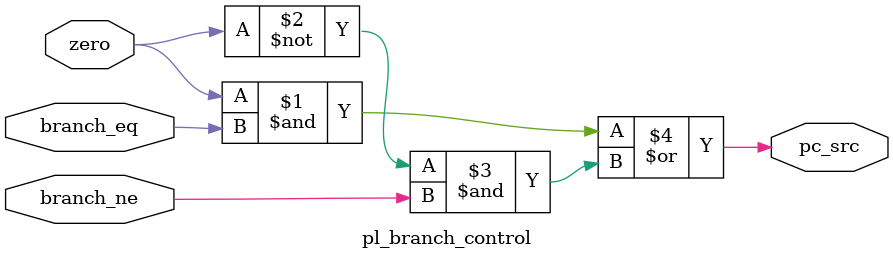
<source format=sv>
`timescale 1ns / 1ps

module pl_branch_control(
    input  logic zero,
    input  logic branch_eq,
    input  logic branch_ne,
    output logic pc_src
    );

    assign pc_src = (zero & branch_eq) | (~zero & branch_ne);

endmodule

</source>
